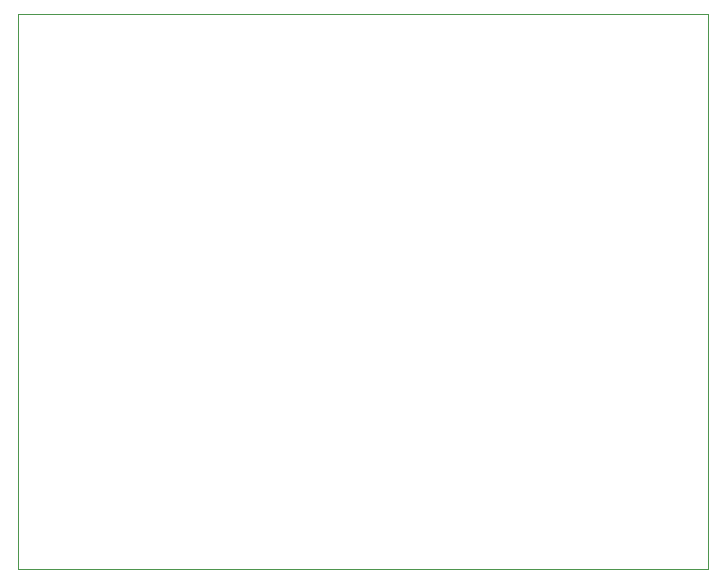
<source format=gm1>
G04 #@! TF.GenerationSoftware,KiCad,Pcbnew,(5.1.0-1195-gcea9cd417)*
G04 #@! TF.CreationDate,2019-07-13T23:42:12-07:00*
G04 #@! TF.ProjectId,RCSMCtrl,5243534d-4374-4726-9c2e-6b696361645f,NC*
G04 #@! TF.SameCoordinates,Original*
G04 #@! TF.FileFunction,Profile,NP*
%FSLAX46Y46*%
G04 Gerber Fmt 4.6, Leading zero omitted, Abs format (unit mm)*
G04 Created by KiCad (PCBNEW (5.1.0-1195-gcea9cd417)) date 2019-07-13 23:42:12*
%MOMM*%
%LPD*%
G04 APERTURE LIST*
%ADD10C,0.100000*%
G04 APERTURE END LIST*
D10*
X68580000Y-81280000D02*
X68580000Y-34290000D01*
X127000000Y-81280000D02*
X68580000Y-81280000D01*
X127000000Y-34290000D02*
X127000000Y-81280000D01*
X68580000Y-34290000D02*
X127000000Y-34290000D01*
M02*

</source>
